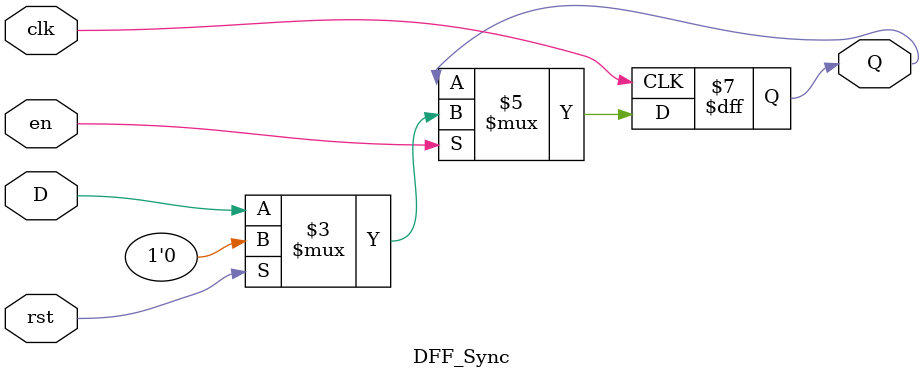
<source format=v>
module DFF_Sync (
    D,
    clk,
    rst,
    en,
    Q
);

    input D, clk, rst, en;
    output Q;
    reg Q;

    //always @ ((posedge clk) or en)
	always @ (posedge clk)
    if(en) begin 
        if(rst) begin
            Q <= 0;
        end
        else begin
            Q <= D;
        end
    end
endmodule

</source>
